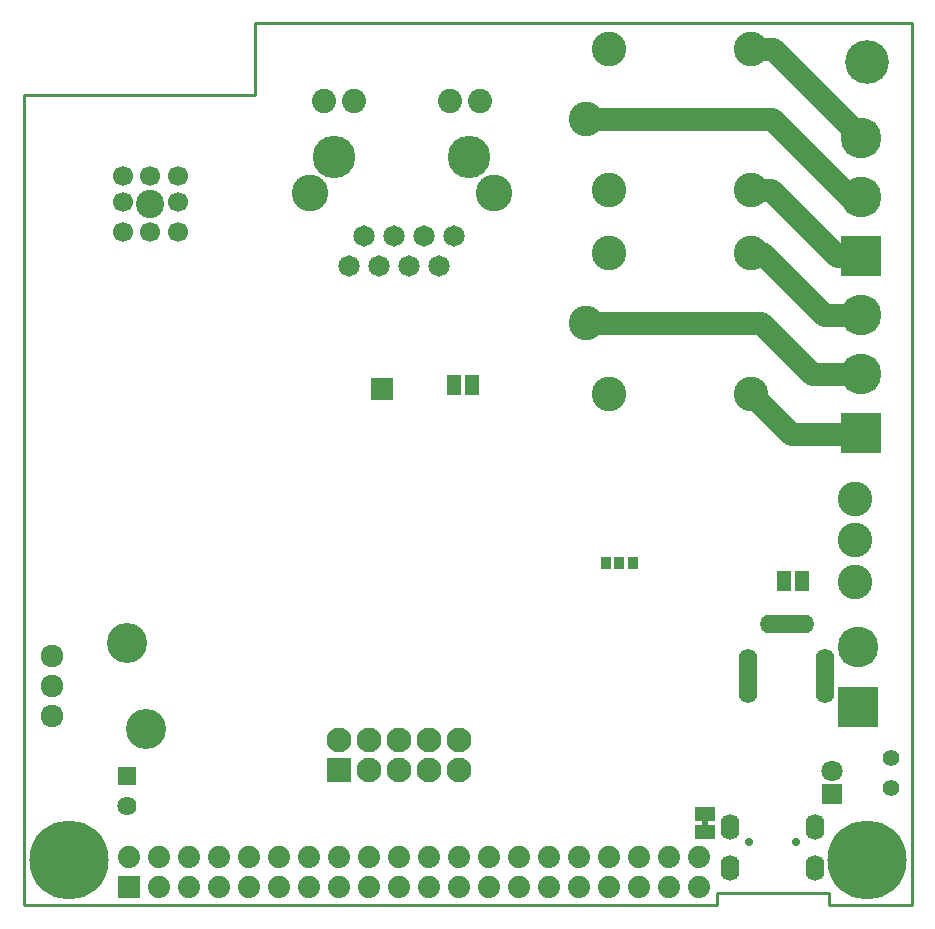
<source format=gbr>
G04 #@! TF.GenerationSoftware,KiCad,Pcbnew,no-vcs-found-ddec803~58~ubuntu14.04.1*
G04 #@! TF.CreationDate,2017-06-01T11:20:14+03:00*
G04 #@! TF.ProjectId,ESP32-EVB_Rev_C,45535033322D4556425F5265765F432E,C*
G04 #@! TF.FileFunction,Soldermask,Bot*
G04 #@! TF.FilePolarity,Negative*
%FSLAX46Y46*%
G04 Gerber Fmt 4.6, Leading zero omitted, Abs format (unit mm)*
G04 Created by KiCad (PCBNEW no-vcs-found-ddec803~58~ubuntu14.04.1) date Thu Jun  1 11:20:14 2017*
%MOMM*%
%LPD*%
G01*
G04 APERTURE LIST*
%ADD10C,0.100000*%
%ADD11C,0.254000*%
%ADD12C,1.905000*%
%ADD13O,1.600000X2.200000*%
%ADD14C,0.700000*%
%ADD15C,3.400000*%
%ADD16C,1.924000*%
%ADD17R,1.625600X1.625600*%
%ADD18C,1.625600*%
%ADD19R,1.822400X1.822400*%
%ADD20C,1.700000*%
%ADD21C,2.400000*%
%ADD22C,2.940000*%
%ADD23C,2.100000*%
%ADD24R,2.100000X2.100000*%
%ADD25C,3.600000*%
%ADD26C,2.050000*%
%ADD27C,3.100000*%
%ADD28C,1.810000*%
%ADD29R,1.701800X1.270000*%
%ADD30R,0.508000X0.609600*%
%ADD31R,1.270000X1.701800*%
%ADD32C,3.700000*%
%ADD33R,1.800000X1.800000*%
%ADD34C,1.800000*%
%ADD35C,3.448000*%
%ADD36R,3.448000X3.448000*%
%ADD37C,1.400000*%
%ADD38O,1.601600X4.601600*%
%ADD39O,4.601600X1.601600*%
%ADD40C,6.700000*%
%ADD41C,1.600000*%
%ADD42C,1.879600*%
%ADD43R,1.879600X1.879600*%
%ADD44R,0.863600X1.117600*%
G04 APERTURE END LIST*
D10*
D11*
X137795000Y-141732000D02*
X144780000Y-141732000D01*
X137795000Y-140716000D02*
X137795000Y-141732000D01*
X128270000Y-140716000D02*
X137795000Y-140716000D01*
X128270000Y-141732000D02*
X128270000Y-140716000D01*
X69596000Y-141732000D02*
X128270000Y-141732000D01*
D12*
X133045200Y-69189600D02*
X131165600Y-69189600D01*
X140512800Y-76657200D02*
X133045200Y-69189600D01*
X132943600Y-75184000D02*
X117195600Y-75184000D01*
X139547600Y-81788000D02*
X132943600Y-75184000D01*
X140512800Y-81788000D02*
X139547600Y-81788000D01*
X132842000Y-81178400D02*
X131165600Y-81178400D01*
X138430000Y-86766400D02*
X132842000Y-81178400D01*
X140563600Y-86766400D02*
X138430000Y-86766400D01*
X132080000Y-86461600D02*
X131165600Y-86461600D01*
X137363200Y-91744800D02*
X132080000Y-86461600D01*
X140512800Y-91744800D02*
X137363200Y-91744800D01*
X131978400Y-92456000D02*
X117195600Y-92456000D01*
X136296400Y-96774000D02*
X131978400Y-92456000D01*
X140360400Y-96774000D02*
X136296400Y-96774000D01*
X134518400Y-101803200D02*
X131165600Y-98450400D01*
X140258800Y-101803200D02*
X134518400Y-101803200D01*
D11*
X89154000Y-67056000D02*
X144780000Y-67056000D01*
X89154000Y-73152000D02*
X89154000Y-67056000D01*
X69596000Y-73152000D02*
X89154000Y-73152000D01*
X69596000Y-141732000D02*
X69596000Y-73152000D01*
X144780000Y-141732000D02*
X144780000Y-67056000D01*
D13*
X136600000Y-138553000D03*
X136600000Y-135083000D03*
X129400000Y-135083000D03*
X129400000Y-138553000D03*
D14*
X135000000Y-136403000D03*
X131000000Y-136403000D03*
D15*
X79909000Y-126840000D03*
X78309000Y-119540000D03*
D16*
X72009000Y-125730000D03*
X72009000Y-123190000D03*
X72009000Y-120650000D03*
D17*
X78359000Y-130810000D03*
D18*
X78359000Y-133350000D03*
D19*
X99949000Y-98044000D03*
D20*
X77969600Y-84682800D03*
D21*
X80281000Y-82346000D03*
D20*
X82643200Y-84682800D03*
X77969600Y-79983800D03*
X82643200Y-79983800D03*
X80281000Y-79983800D03*
X80281000Y-84682800D03*
X77969600Y-82219000D03*
X82643200Y-82219000D03*
D22*
X140000000Y-114315000D03*
X140000000Y-107315000D03*
X140000000Y-110815000D03*
D23*
X106426000Y-127762000D03*
X106426000Y-130302000D03*
X103886000Y-127762000D03*
X103886000Y-130302000D03*
X101346000Y-127762000D03*
X101346000Y-130302000D03*
X98806000Y-127762000D03*
X98806000Y-130302000D03*
X96266000Y-127762000D03*
D24*
X96266000Y-130302000D03*
D22*
X117176000Y-75184000D03*
X131176000Y-81184000D03*
X131176000Y-69184000D03*
X119176000Y-69184000D03*
X119176000Y-81184000D03*
X117176000Y-92456000D03*
X131176000Y-98456000D03*
X131176000Y-86456000D03*
X119176000Y-86456000D03*
X119176000Y-98456000D03*
D25*
X95885000Y-78359000D03*
X107315000Y-78359000D03*
D26*
X105670000Y-73610500D03*
X94990000Y-73610500D03*
D27*
X93800000Y-81409000D03*
X109400000Y-81409000D03*
D26*
X108210000Y-73610500D03*
X97530000Y-73610500D03*
D28*
X97165000Y-87599000D03*
X98435000Y-85059000D03*
X99705000Y-87599000D03*
X100975000Y-85059000D03*
X102245000Y-87599000D03*
X103515000Y-85059000D03*
X104785000Y-87599000D03*
X106055000Y-85059000D03*
D29*
X127254000Y-135509000D03*
X127254000Y-135509000D03*
X127254000Y-133985000D03*
D30*
X127254000Y-134747000D03*
D31*
X107569000Y-97663000D03*
X107569000Y-97663000D03*
X106045000Y-97663000D03*
D32*
X140970000Y-70358000D03*
D33*
X138046460Y-132326380D03*
D34*
X138043920Y-130314700D03*
D35*
X140500000Y-91774000D03*
D36*
X140500000Y-101774000D03*
D35*
X140500000Y-96774000D03*
X140500000Y-81774000D03*
D36*
X140500000Y-86774000D03*
D35*
X140500000Y-76774000D03*
D37*
X143002000Y-131826000D03*
D38*
X130937000Y-122319000D03*
X137437000Y-122319000D03*
D39*
X134237000Y-117869000D03*
D35*
X140208000Y-119895000D03*
D36*
X140208000Y-124895000D03*
D37*
X143002000Y-129286000D03*
D40*
X140970000Y-137922000D03*
D41*
X140970000Y-135509000D03*
X140970000Y-140335000D03*
X139319000Y-136271000D03*
X142621000Y-136271000D03*
X139319000Y-139700000D03*
X142621000Y-139573000D03*
X143383000Y-137922000D03*
X138557000Y-137922000D03*
X70993000Y-137922000D03*
X75819000Y-137922000D03*
X75057000Y-139573000D03*
X71755000Y-139700000D03*
X75057000Y-136271000D03*
X71755000Y-136271000D03*
X73406000Y-140335000D03*
X73406000Y-135509000D03*
D40*
X73406000Y-137922000D03*
D42*
X126746000Y-137668000D03*
X126746000Y-140208000D03*
X124206000Y-137668000D03*
X124206000Y-140208000D03*
X121666000Y-137668000D03*
X121666000Y-140208000D03*
X119126000Y-137668000D03*
X119126000Y-140208000D03*
X116586000Y-137668000D03*
X116586000Y-140208000D03*
X106426000Y-137668000D03*
X106426000Y-140208000D03*
X103886000Y-137668000D03*
X103886000Y-140208000D03*
X108966000Y-140208000D03*
X108966000Y-137668000D03*
X111506000Y-137668000D03*
X111506000Y-140208000D03*
X114046000Y-140208000D03*
X114046000Y-137668000D03*
X88646000Y-137668000D03*
X88646000Y-140208000D03*
X86106000Y-140208000D03*
X86106000Y-137668000D03*
X83566000Y-137668000D03*
X83566000Y-140208000D03*
D43*
X78486000Y-140208000D03*
D42*
X78486000Y-137668000D03*
X81026000Y-140208000D03*
X81026000Y-137668000D03*
X91186000Y-140208000D03*
X91186000Y-137668000D03*
X93726000Y-140208000D03*
X93726000Y-137668000D03*
X96266000Y-140208000D03*
X96266000Y-137668000D03*
X98806000Y-140208000D03*
X98806000Y-137668000D03*
X101346000Y-140208000D03*
X101346000Y-137668000D03*
D44*
X121158000Y-112776000D03*
X120015000Y-112776000D03*
X118872000Y-112776000D03*
D31*
X133985000Y-114300000D03*
X133985000Y-114300000D03*
X135509000Y-114300000D03*
M02*

</source>
